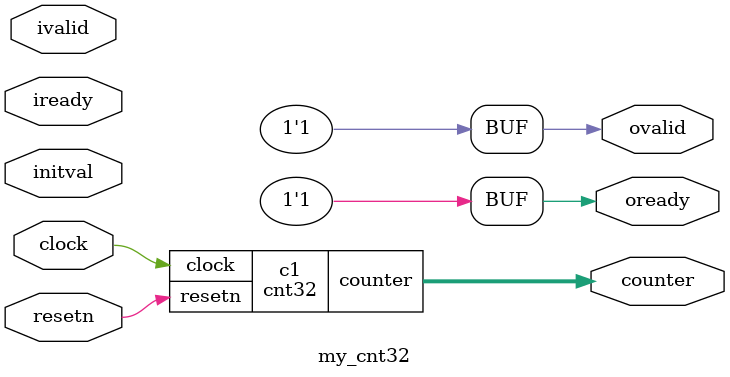
<source format=v>
module cnt32(input clock,
	       input 		 resetn,
	       output reg [31:0] counter);

   always @ (posedge clock)
     begin
	if (!resetn)
	  counter <= 1;
	else
	  counter <= counter + 1;
     end
endmodule // cnt32

// this is a test to see how clock is connected
module my_cnt32(
		                  input 	clock,
		                  input 	resetn,
		                  input 	ivalid,
		                  input 	iready,
		                  output 	ovalid,
		                  output 	oready,
		                  input [31:0] 	initval, // dummy. no input does not work
				  output [31:0] counter);

   assign ovalid = 1'b1;
   assign oready = 1'b1;

   cnt32 c1(clock, resetn, counter);

endmodule // my_cnt32

</source>
